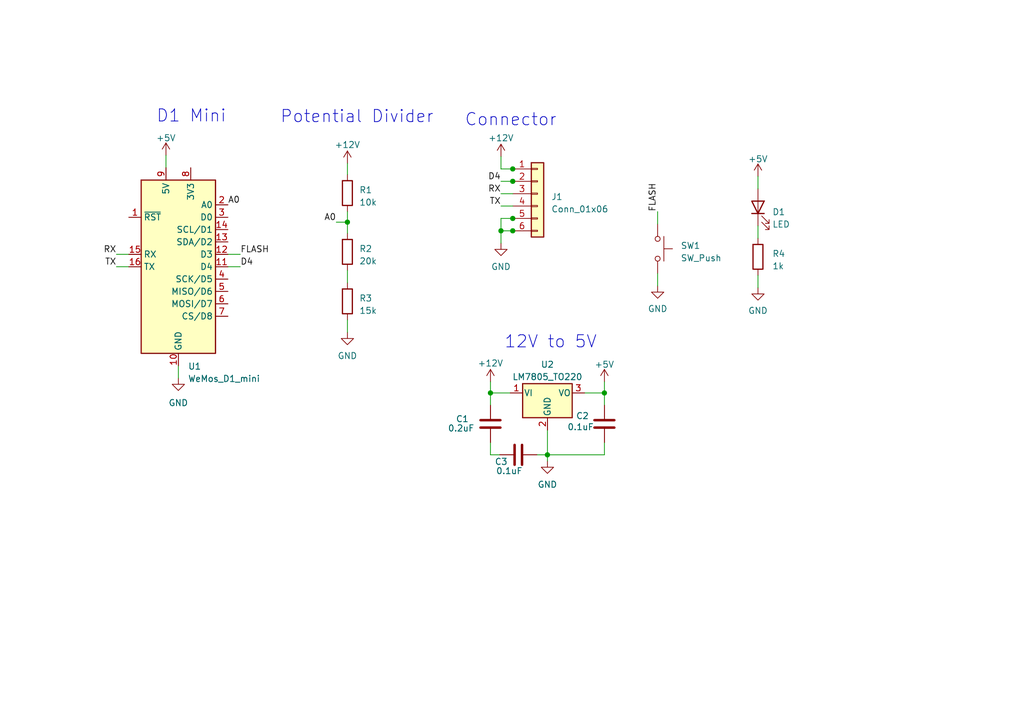
<source format=kicad_sch>
(kicad_sch (version 20230121) (generator eeschema)
  (paper "A5")
  (lib_symbols
    (symbol "Connector_Generic:Conn_01x06" (pin_names (offset 1.016) hide)
      (property "Reference" "J" (at 0 7.62 0))
      (property "Value" "Conn_01x06" (at 0 -10.16 0))
      (symbol "Conn_01x06_1_1"
        (rectangle (start -1.27 -7.493) (end 0 -7.747) (stroke (width 0.1524)))
        (rectangle (start -1.27 -4.953) (end 0 -5.207) (stroke (width 0.1524)))
        (rectangle (start -1.27 -2.413) (end 0 -2.667) (stroke (width 0.1524)))
        (rectangle (start -1.27 0.127) (end 0 -0.127) (stroke (width 0.1524)))
        (rectangle (start -1.27 2.667) (end 0 2.413) (stroke (width 0.1524)))
        (rectangle (start -1.27 5.207) (end 0 4.953) (stroke (width 0.1524)))
        (rectangle (start -1.27 6.35) (end 1.27 -8.89) (stroke (width 0.254)) (fill (type background)))
        (pin passive line (at -5.08 5.08 0) (length 3.81) (name "Pin_1") (number "1"))
        (pin passive line (at -5.08 2.54 0) (length 3.81) (name "Pin_2") (number "2"))
        (pin passive line (at -5.08 0 0) (length 3.81) (name "Pin_3") (number "3"))
        (pin passive line (at -5.08 -2.54 0) (length 3.81) (name "Pin_4") (number "4"))
        (pin passive line (at -5.08 -5.08 0) (length 3.81) (name "Pin_5") (number "5"))
        (pin passive line (at -5.08 -7.62 0) (length 3.81) (name "Pin_6") (number "6"))
      )
    )
    (symbol "Device:C" (pin_numbers hide) (pin_names (offset 0.254))
      (property "Reference" "C" (at 0.635 2.54 0))
      (property "Value" "C" (at 0.635 -2.54 0))
      (symbol "C_0_1"
        (polyline (pts (xy -2.032 -0.762) (xy 2.032 -0.762)) (stroke (width 0.508)))
        (polyline (pts (xy -2.032 0.762) (xy 2.032 0.762)) (stroke (width 0.508)))
      )
      (symbol "C_1_1"
        (pin passive line (at 0 3.81 270) (length 2.794) (name "~") (number "1"))
        (pin passive line (at 0 -3.81 90) (length 2.794) (name "~") (number "2"))
      )
    )
    (symbol "Device:LED" (pin_numbers hide) (pin_names (offset 1.016) hide)
      (property "Reference" "D" (at 0 2.54 0))
      (property "Value" "LED" (at 0 -2.54 0))
      (symbol "LED_0_1"
        (polyline (pts (xy -1.27 -1.27) (xy -1.27 1.27)) (stroke (width 0.254)))
        (polyline (pts (xy -1.27 0) (xy 1.27 0)))
        (polyline (pts (xy 1.27 -1.27) (xy 1.27 1.27) (xy -1.27 0) (xy 1.27 -1.27)) (stroke (width 0.254)))
        (polyline (pts (xy -3.048 -0.762) (xy -4.572 -2.286) (xy -3.81 -2.286) (xy -4.572 -2.286) (xy -4.572 -1.524)))
        (polyline (pts (xy -1.778 -0.762) (xy -3.302 -2.286) (xy -2.54 -2.286) (xy -3.302 -2.286) (xy -3.302 -1.524)))
      )
      (symbol "LED_1_1"
        (pin passive line (at -3.81 0 0) (length 2.54) (name "K") (number "1"))
        (pin passive line (at 3.81 0 180) (length 2.54) (name "A") (number "2"))
      )
    )
    (symbol "Device:R" (pin_numbers hide) (pin_names (offset 0))
      (property "Reference" "R" (at 2.032 0 90))
      (property "Value" "R" (at 0 0 90))
      (symbol "R_0_1"
        (rectangle (start -1.016 -2.54) (end 1.016 2.54) (stroke (width 0.254)))
      )
      (symbol "R_1_1"
        (pin passive line (at 0 3.81 270) (length 1.27) (name "~") (number "1"))
        (pin passive line (at 0 -3.81 90) (length 1.27) (name "~") (number "2"))
      )
    )
    (symbol "MCU_Module:WeMos_D1_mini"
      (property "Reference" "U" (at 3.81 19.05 0))
      (property "Value" "WeMos_D1_mini" (at 1.27 -19.05 0))
      (symbol "WeMos_D1_mini_1_1"
        (rectangle (start -7.62 17.78) (end 7.62 -17.78) (stroke (width 0.254)) (fill (type background)))
        (pin input line (at -10.16 10.16 0) (length 2.54) (name "~{RST}") (number "1"))
        (pin power_in line (at 0 -20.32 90) (length 2.54) (name "GND") (number "10"))
        (pin bidirectional line (at 10.16 0 180) (length 2.54) (name "D4") (number "11"))
        (pin bidirectional line (at 10.16 2.54 180) (length 2.54) (name "D3") (number "12"))
        (pin bidirectional line (at 10.16 5.08 180) (length 2.54) (name "SDA/D2") (number "13"))
        (pin bidirectional line (at 10.16 7.62 180) (length 2.54) (name "SCL/D1") (number "14"))
        (pin input line (at -10.16 2.54 0) (length 2.54) (name "RX") (number "15"))
        (pin output line (at -10.16 0 0) (length 2.54) (name "TX") (number "16"))
        (pin input line (at 10.16 12.7 180) (length 2.54) (name "A0") (number "2"))
        (pin bidirectional line (at 10.16 10.16 180) (length 2.54) (name "D0") (number "3"))
        (pin bidirectional line (at 10.16 -2.54 180) (length 2.54) (name "SCK/D5") (number "4"))
        (pin bidirectional line (at 10.16 -5.08 180) (length 2.54) (name "MISO/D6") (number "5"))
        (pin bidirectional line (at 10.16 -7.62 180) (length 2.54) (name "MOSI/D7") (number "6"))
        (pin bidirectional line (at 10.16 -10.16 180) (length 2.54) (name "CS/D8") (number "7"))
        (pin power_out line (at 2.54 20.32 270) (length 2.54) (name "3V3") (number "8"))
        (pin power_in line (at -2.54 20.32 270) (length 2.54) (name "5V") (number "9"))
      )
    )
    (symbol "Regulator_Linear:LM7805_TO220" (pin_names (offset 0.254))
      (property "Reference" "U" (at -3.81 3.175 0))
      (property "Value" "LM7805_TO220" (at 0 3.175 0))
      (symbol "LM7805_TO220_0_1"
        (rectangle (start -5.08 1.905) (end 5.08 -5.08) (stroke (width 0.254)) (fill (type background)))
      )
      (symbol "LM7805_TO220_1_1"
        (pin power_in line (at -7.62 0 0) (length 2.54) (name "VI") (number "1"))
        (pin power_in line (at 0 -7.62 90) (length 2.54) (name "GND") (number "2"))
        (pin power_out line (at 7.62 0 180) (length 2.54) (name "VO") (number "3"))
      )
    )
    (symbol "Switch:SW_Push" (pin_numbers hide) (pin_names (offset 1.016) hide)
      (property "Reference" "SW" (at 1.27 2.54 0))
      (property "Value" "SW_Push" (at 0 -1.524 0))
      (symbol "SW_Push_0_1"
        (circle (center -2.032 0) (radius 0.508))
        (polyline (pts (xy 0 1.27) (xy 0 3.048)))
        (polyline (pts (xy 2.54 1.27) (xy -2.54 1.27)))
        (circle (center 2.032 0) (radius 0.508))
        (pin passive line (at -5.08 0 0) (length 2.54) (name "1") (number "1"))
        (pin passive line (at 5.08 0 180) (length 2.54) (name "2") (number "2"))
      )
    )
    (symbol "power:+12V" (power) (pin_names (offset 0))
      (property "Value" "+12V" (at 0 3.556 0))
      (symbol "+12V_0_1"
        (polyline (pts (xy -0.762 1.27) (xy 0 2.54)))
        (polyline (pts (xy 0 0) (xy 0 2.54)))
        (polyline (pts (xy 0 2.54) (xy 0.762 1.27)))
      )
      (symbol "+12V_1_1"
        (pin power_in line (at 0 0 90) (length 0) hide (name "+12V") (number "1"))
      )
    )
    (symbol "power:+5V" (power) (pin_names (offset 0))
      (property "Value" "+5V" (at 0 3.556 0))
      (symbol "+5V_0_1"
        (polyline (pts (xy -0.762 1.27) (xy 0 2.54)))
        (polyline (pts (xy 0 0) (xy 0 2.54)))
        (polyline (pts (xy 0 2.54) (xy 0.762 1.27)))
      )
      (symbol "+5V_1_1"
        (pin power_in line (at 0 0 90) (length 0) hide (name "+5V") (number "1"))
      )
    )
    (symbol "power:GND" (power) (pin_names (offset 0))
      (property "Value" "GND" (at 0 -3.81 0))
      (symbol "GND_0_1"
        (polyline (pts (xy 0 0) (xy 0 -1.27) (xy 1.27 -1.27) (xy 0 -2.54) (xy -1.27 -1.27) (xy 0 -1.27)))
      )
      (symbol "GND_1_1"
        (pin power_in line (at 0 0 270) (length 0) hide (name "GND") (number "1"))
      )
    )
  )
  (junction (at 71.247 45.593))
  (junction (at 105.156 47.371))
  (junction (at 100.584 80.645))
  (junction (at 105.156 37.211))
  (junction (at 105.156 44.831))
  (junction (at 123.952 80.645))
  (junction (at 112.268 93.345))
  (junction (at 102.743 47.371))
  (junction (at 105.156 34.671))
  (wire (pts (xy 112.268 93.345) (xy 112.268 94.615)))
  (wire (pts (xy 71.247 45.593) (xy 71.247 47.879)))
  (wire (pts (xy 105.283 34.671) (xy 105.156 34.671)))
  (wire (pts (xy 71.247 43.434) (xy 71.247 45.593)))
  (wire (pts (xy 71.247 68.199) (xy 71.247 65.659)))
  (wire (pts (xy 105.156 47.371) (xy 102.743 47.371)))
  (wire (pts (xy 110.109 93.345) (xy 112.268 93.345)))
  (wire (pts (xy 123.952 80.645) (xy 123.952 78.359)))
  (wire (pts (xy 105.283 37.211) (xy 105.156 37.211)))
  (wire (pts (xy 123.952 83.185) (xy 123.952 80.645)))
  (wire (pts (xy 155.448 46.355) (xy 155.448 48.895)))
  (wire (pts (xy 100.584 83.185) (xy 100.584 80.645)))
  (wire (pts (xy 105.156 42.291) (xy 102.743 42.291)))
  (wire (pts (xy 134.874 43.434) (xy 134.874 45.974)))
  (wire (pts (xy 26.416 54.737) (xy 23.876 54.737)))
  (wire (pts (xy 49.276 54.737) (xy 46.736 54.737)))
  (wire (pts (xy 71.247 33.528) (xy 71.247 35.814)))
  (wire (pts (xy 105.156 37.211) (xy 102.743 37.211)))
  (wire (pts (xy 134.874 56.134) (xy 134.874 58.674)))
  (wire (pts (xy 49.276 52.197) (xy 46.736 52.197)))
  (wire (pts (xy 102.743 32.131) (xy 102.743 34.671)))
  (wire (pts (xy 100.584 93.345) (xy 102.489 93.345)))
  (wire (pts (xy 105.283 44.831) (xy 105.156 44.831)))
  (wire (pts (xy 105.156 44.831) (xy 102.743 44.831)))
  (wire (pts (xy 155.448 36.195) (xy 155.448 38.735)))
  (wire (pts (xy 112.268 88.265) (xy 112.268 93.345)))
  (wire (pts (xy 155.448 56.515) (xy 155.448 59.055)))
  (wire (pts (xy 102.743 47.371) (xy 102.743 44.831)))
  (wire (pts (xy 112.268 93.345) (xy 123.952 93.345)))
  (wire (pts (xy 105.283 47.371) (xy 105.156 47.371)))
  (wire (pts (xy 34.036 31.877) (xy 34.036 34.417)))
  (wire (pts (xy 26.416 52.197) (xy 23.876 52.197)))
  (wire (pts (xy 105.156 39.751) (xy 102.743 39.751)))
  (wire (pts (xy 105.156 34.671) (xy 102.743 34.671)))
  (wire (pts (xy 36.576 75.057) (xy 36.576 77.597)))
  (wire (pts (xy 100.584 80.645) (xy 100.584 78.359)))
  (wire (pts (xy 100.584 93.345) (xy 100.584 90.805)))
  (wire (pts (xy 123.952 80.645) (xy 119.888 80.645)))
  (wire (pts (xy 123.952 93.345) (xy 123.952 90.805)))
  (wire (pts (xy 71.247 55.499) (xy 71.247 58.039)))
  (wire (pts (xy 100.584 80.645) (xy 104.648 80.645)))
  (wire (pts (xy 68.961 45.593) (xy 71.247 45.593)))
  (wire (pts (xy 102.743 49.911) (xy 102.743 47.371)))
  (text "Potential Divider" (at 57.404 25.527 0) (effects (font (size 2.5 2.5)) (justify left bottom)))
  (text "12V to 5V" (at 103.378 71.755 0) (effects (font (size 2.5 2.5)) (justify left bottom)))
  (text "D1 Mini" (at 32.004 25.4 0) (effects (font (size 2.5 2.5)) (justify left bottom)))
  (text "Connector" (at 95.25 26.162 0) (effects (font (size 2.5 2.5)) (justify left bottom)))
  (label "TX" (at 23.876 54.737 180))
  (label "FLASH" (at 49.276 52.197 0))
  (label "RX" (at 23.876 52.197 180))
  (label "D4" (at 49.276 54.737 0))
  (label "FLASH" (at 134.874 43.434 90))
  (label "RX" (at 102.743 39.751 180))
  (label "A0" (at 68.961 45.593 180))
  (label "TX" (at 102.743 42.291 180))
  (label "A0" (at 46.736 42.037 0))
  (label "D4" (at 102.743 37.211 180))
  (symbol (lib_id "power:GND") (at 36.576 77.597 0) (unit 1)
    (property "Reference" "#PWR01" (effects hide))
    (property "Value" "GND" (at 36.576 82.677 0))
  )
  (symbol (lib_id "Device:LED") (at 155.448 42.545 90) (unit 1)
    (property "Reference" "D1" (at 158.369 43.4975 90) (effects (justify right)))
    (property "Value" "LED" (at 158.369 46.0375 90) (effects (justify right)))
    (property "Footprint" "LED_THT:LED_D1.8mm_W3.3mm_H2.4mm" (effects hide))
  )
  (symbol (lib_id "power:GND") (at 134.874 58.674 0) (unit 1)
    (property "Reference" "#PWR08" (effects hide))
    (property "Value" "GND" (at 134.874 63.373 0))
  )
  (symbol (lib_id "Device:C") (at 106.299 93.345 90) (unit 1)
    (property "Reference" "C3" (at 104.14 94.742 90) (effects (justify left)))
    (property "Value" "0.1uF" (at 107.188 96.647 90) (effects (justify left)))
    (property "Footprint" "Capacitor_THT:CP_Radial_D4.0mm_P1.50mm" (effects hide))
  )
  (symbol (lib_id "power:GND") (at 71.247 68.199 0) (unit 1)
    (property "Reference" "#PWR05" (effects hide))
    (property "Value" "GND" (at 71.247 73.025 0))
  )
  (symbol (lib_id "Device:R") (at 71.247 51.689 0) (unit 1)
    (property "Reference" "R2" (at 73.66 51.054 0) (effects (justify left)))
    (property "Value" "20k" (at 73.66 53.594 0) (effects (justify left)))
    (property "Footprint" "Resistor_THT:R_Axial_DIN0204_L3.6mm_D1.6mm_P5.08mm_Horizontal" (effects hide))
  )
  (symbol (lib_id "Regulator_Linear:LM7805_TO220") (at 112.268 80.645 0) (unit 1)
    (property "Reference" "U2" (at 112.268 74.803 0))
    (property "Value" "LM7805_TO220" (at 112.268 77.343 0))
    (property "Footprint" "Package_TO_SOT_THT:TO-220-3_Vertical" (effects hide))
    (property "Datasheet" "https://www.onsemi.cn/PowerSolutions/document/MC7800-D.PDF" (effects hide))
  )
  (symbol (lib_id "Device:R") (at 71.247 61.849 0) (unit 1)
    (property "Reference" "R3" (at 73.66 61.214 0) (effects (justify left)))
    (property "Value" "15k" (at 73.66 63.754 0) (effects (justify left)))
    (property "Footprint" "Resistor_THT:R_Axial_DIN0204_L3.6mm_D1.6mm_P5.08mm_Horizontal" (effects hide))
  )
  (symbol (lib_id "MCU_Module:WeMos_D1_mini") (at 36.576 54.737 0) (unit 1)
    (property "Reference" "U1" (at 38.5319 75.184 0) (effects (justify left)))
    (property "Value" "WeMos_D1_mini" (at 38.5319 77.724 0) (effects (justify left)))
    (property "Footprint" "Module:WEMOS_D1_mini_light" (effects hide))
    (property "Datasheet" "https://wiki.wemos.cc/products:d1:d1_mini#documentation" (effects hide))
  )
  (symbol (lib_id "power:GND") (at 155.448 59.055 0) (unit 1)
    (property "Reference" "#PWR012" (effects hide))
    (property "Value" "GND" (at 155.448 63.754 0))
  )
  (symbol (lib_id "power:+5V") (at 123.952 78.359 0) (unit 1)
    (property "Reference" "#PWR09" (effects hide))
    (property "Value" "+5V" (at 123.952 74.803 0))
  )
  (symbol (lib_id "Device:C") (at 100.584 86.995 0) (unit 1)
    (property "Reference" "C1" (at 93.472 85.979 0) (effects (justify left)))
    (property "Value" "0.2uF" (at 91.821 87.884 0) (effects (justify left)))
    (property "Footprint" "Capacitor_THT:CP_Radial_D4.0mm_P1.50mm" (effects hide))
  )
  (symbol (lib_id "power:+5V") (at 34.036 31.877 0) (unit 1)
    (property "Reference" "#PWR010" (effects hide))
    (property "Value" "+5V" (at 34.036 28.321 0))
  )
  (symbol (lib_id "power:+5V") (at 155.448 36.195 0) (unit 1)
    (property "Reference" "#PWR011" (effects hide))
    (property "Value" "+5V" (at 155.448 32.639 0))
  )
  (symbol (lib_id "Device:R") (at 71.247 39.624 0) (unit 1)
    (property "Reference" "R1" (at 73.66 38.989 0) (effects (justify left)))
    (property "Value" "10k" (at 73.66 41.529 0) (effects (justify left)))
    (property "Footprint" "Resistor_THT:R_Axial_DIN0204_L3.6mm_D1.6mm_P5.08mm_Horizontal" (effects hide))
  )
  (symbol (lib_id "power:+12V") (at 102.743 32.131 0) (unit 1)
    (property "Reference" "#PWR02" (effects hide))
    (property "Value" "+12V" (at 102.743 28.321 0))
  )
  (symbol (lib_id "power:+12V") (at 71.247 33.528 0) (unit 1)
    (property "Reference" "#PWR06" (effects hide))
    (property "Value" "+12V" (at 71.247 29.718 0))
  )
  (symbol (lib_id "power:+12V") (at 100.584 78.359 0) (unit 1)
    (property "Reference" "#PWR04" (effects hide))
    (property "Value" "+12V" (at 100.584 74.549 0))
  )
  (symbol (lib_id "power:GND") (at 102.743 49.911 0) (unit 1)
    (property "Reference" "#PWR03" (effects hide))
    (property "Value" "GND" (at 102.743 54.737 0))
  )
  (symbol (lib_id "Device:R") (at 155.448 52.705 0) (unit 1)
    (property "Reference" "R4" (at 158.369 52.07 0) (effects (justify left)))
    (property "Value" "1k" (at 158.369 54.61 0) (effects (justify left)))
    (property "Footprint" "Resistor_THT:R_Axial_DIN0204_L3.6mm_D1.6mm_P5.08mm_Horizontal" (effects hide))
  )
  (symbol (lib_id "power:GND") (at 112.268 94.615 0) (unit 1)
    (property "Reference" "#PWR07" (effects hide))
    (property "Value" "GND" (at 112.268 99.441 0))
  )
  (symbol (lib_id "Connector_Generic:Conn_01x06") (at 110.236 39.751 0) (unit 1)
    (property "Reference" "J1" (at 113.03 40.386 0) (effects (justify left)))
    (property "Value" "Conn_01x06" (at 113.03 42.926 0) (effects (justify left)))
    (property "Footprint" "Connector_PinHeader_2.00mm:PinHeader_1x06_P2.00mm_Horizontal" (effects hide))
  )
  (symbol (lib_id "Device:C") (at 123.952 86.995 0) (unit 1)
    (property "Reference" "C2" (at 118.11 85.344 0) (effects (justify left)))
    (property "Value" "0.1uF" (at 116.332 87.63 0) (effects (justify left)))
    (property "Footprint" "Capacitor_THT:CP_Radial_D4.0mm_P1.50mm" (effects hide))
  )
  (symbol (lib_id "Switch:SW_Push") (at 134.874 51.054 270) (unit 1)
    (property "Reference" "SW1" (at 139.573 50.419 90) (effects (justify left)))
    (property "Value" "SW_Push" (at 139.573 52.959 90) (effects (justify left)))
    (property "Footprint" "Button_Switch_THT:SW_TH_Tactile_Omron_B3F-10xx" (effects hide))
  )
)
</source>
